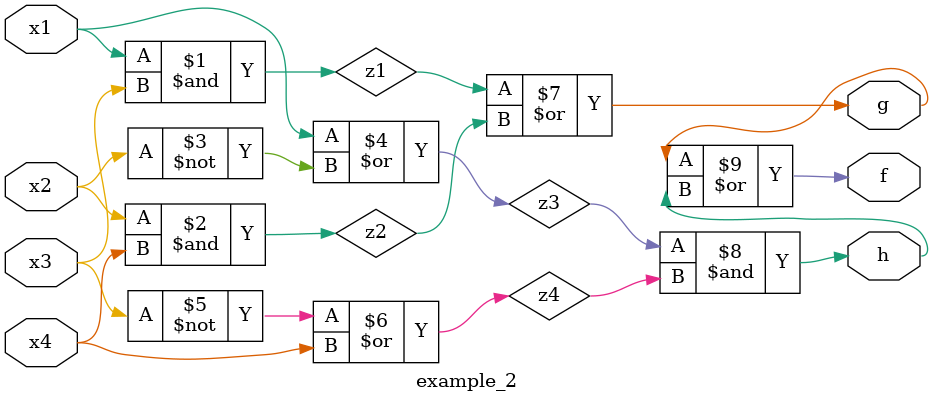
<source format=v>
`timescale 1ns / 1ps


module example_2(
    input x1,
    input x2,
    input x3,
    input x4,
    output f,
    output g,
    output h
    );
    
    //Structural
    and (z1, x1, x3);
    and (z2, x2, x4);
    or (z3, x1, ~x2);
    or (z4, ~x3, x4);
    or (g, z1, z2);
    and (h, z3, z4);
    or (f, g, h);
endmodule

</source>
